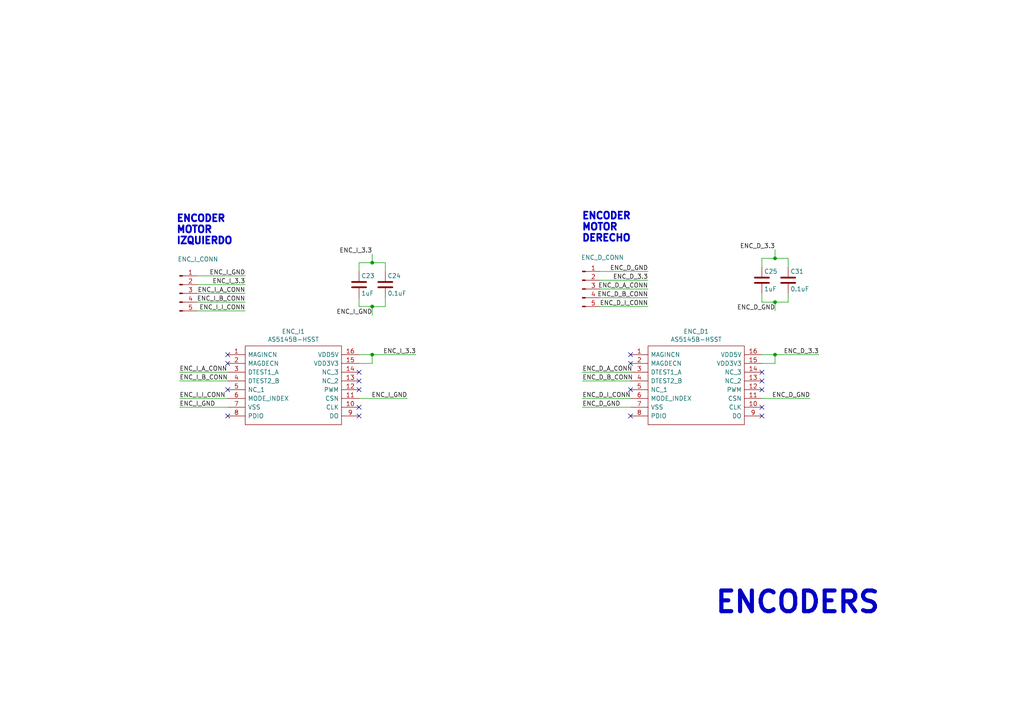
<source format=kicad_sch>
(kicad_sch (version 20231120) (generator "eeschema") (generator_version "8.0")
  (paper "A4")
  (lib_symbols
    (symbol "Connector:Conn_01x05_Pin" (pin_names (offset 1.016) hide)
      (property "Reference" "J" (at 0 7.62 0))
      (property "Value" "Conn_01x05_Pin" (at 0 -7.62 0))
      (symbol "Conn_01x05_Pin_1_1"
        (polyline (pts (xy 1.27 -5.08) (xy 0.8636 -5.08)) (stroke (width 0.1524)))
        (polyline (pts (xy 1.27 -2.54) (xy 0.8636 -2.54)) (stroke (width 0.1524)))
        (polyline (pts (xy 1.27 0) (xy 0.8636 0)) (stroke (width 0.1524)))
        (polyline (pts (xy 1.27 2.54) (xy 0.8636 2.54)) (stroke (width 0.1524)))
        (polyline (pts (xy 1.27 5.08) (xy 0.8636 5.08)) (stroke (width 0.1524)))
        (rectangle (start 0.8636 -4.953) (end 0 -5.207) (stroke (width 0.1524)) (fill (type outline)))
        (rectangle (start 0.8636 -2.413) (end 0 -2.667) (stroke (width 0.1524)) (fill (type outline)))
        (rectangle (start 0.8636 0.127) (end 0 -0.127) (stroke (width 0.1524)) (fill (type outline)))
        (rectangle (start 0.8636 2.667) (end 0 2.413) (stroke (width 0.1524)) (fill (type outline)))
        (rectangle (start 0.8636 5.207) (end 0 4.953) (stroke (width 0.1524)) (fill (type outline)))
        (pin passive line (at 5.08 5.08 180) (length 3.81) (name "Pin_1") (number "1"))
        (pin passive line (at 5.08 2.54 180) (length 3.81) (name "Pin_2") (number "2"))
        (pin passive line (at 5.08 0 180) (length 3.81) (name "Pin_3") (number "3"))
        (pin passive line (at 5.08 -2.54 180) (length 3.81) (name "Pin_4") (number "4"))
        (pin passive line (at 5.08 -5.08 180) (length 3.81) (name "Pin_5") (number "5"))
      )
    )
    (symbol "Device:C" (pin_numbers hide) (pin_names (offset 0.254))
      (property "Reference" "C" (at 0.635 2.54 0))
      (property "Value" "C" (at 0.635 -2.54 0))
      (symbol "C_0_1"
        (polyline (pts (xy -2.032 -0.762) (xy 2.032 -0.762)) (stroke (width 0.508)))
        (polyline (pts (xy -2.032 0.762) (xy 2.032 0.762)) (stroke (width 0.508)))
      )
      (symbol "C_1_1"
        (pin passive line (at 0 3.81 270) (length 2.794) (name "~") (number "1"))
        (pin passive line (at 0 -3.81 90) (length 2.794) (name "~") (number "2"))
      )
    )
    (symbol "PCB_ZoroBot_v3-rescue:AS5145B-HSST-AS5145B-HSST" (pin_names (offset 0.762))
      (property "Reference" "IC" (at 34.29 7.62 0))
      (property "Value" "AS5145B-HSST_AS5145B-HSST" (at 34.29 5.08 0))
      (symbol "AS5145B-HSST-AS5145B-HSST_0_0"
        (pin unspecified line (at 0 0 0) (length 5.08) (name "MAGINCN") (number "1"))
        (pin unspecified line (at 38.1 -15.24 180) (length 5.08) (name "CLK") (number "10"))
        (pin unspecified line (at 38.1 -12.7 180) (length 5.08) (name "CSN") (number "11"))
        (pin unspecified line (at 38.1 -10.16 180) (length 5.08) (name "PWM") (number "12"))
        (pin unspecified line (at 38.1 -7.62 180) (length 5.08) (name "NC_2") (number "13"))
        (pin unspecified line (at 38.1 -5.08 180) (length 5.08) (name "NC_3") (number "14"))
        (pin unspecified line (at 38.1 -2.54 180) (length 5.08) (name "VDD3V3") (number "15"))
        (pin unspecified line (at 38.1 0 180) (length 5.08) (name "VDD5V") (number "16"))
        (pin unspecified line (at 0 -2.54 0) (length 5.08) (name "MAGDECN") (number "2"))
        (pin unspecified line (at 0 -5.08 0) (length 5.08) (name "DTEST1_A") (number "3"))
        (pin unspecified line (at 0 -7.62 0) (length 5.08) (name "DTEST2_B") (number "4"))
        (pin unspecified line (at 0 -10.16 0) (length 5.08) (name "NC_1") (number "5"))
        (pin unspecified line (at 0 -12.7 0) (length 5.08) (name "MODE_INDEX") (number "6"))
        (pin unspecified line (at 0 -15.24 0) (length 5.08) (name "VSS") (number "7"))
        (pin unspecified line (at 0 -17.78 0) (length 5.08) (name "PDIO") (number "8"))
        (pin unspecified line (at 38.1 -17.78 180) (length 5.08) (name "DO") (number "9"))
      )
      (symbol "AS5145B-HSST-AS5145B-HSST_0_1"
        (polyline (pts (xy 5.08 2.54) (xy 33.02 2.54) (xy 33.02 -20.32) (xy 5.08 -20.32) (xy 5.08 2.54)) (stroke (width 0.1524)))
      )
    )
  )
  (junction (at 224.79 74.93))
  (junction (at 224.79 87.63))
  (junction (at 107.95 88.9))
  (junction (at 224.79 102.87))
  (junction (at 107.95 76.2))
  (junction (at 107.95 102.87))
  (no_connect (at 66.04 105.41))
  (no_connect (at 182.88 102.87))
  (no_connect (at 104.14 110.49))
  (no_connect (at 220.98 113.03))
  (no_connect (at 104.14 118.11))
  (no_connect (at 66.04 102.87))
  (no_connect (at 220.98 110.49))
  (no_connect (at 220.98 107.95))
  (no_connect (at 104.14 120.65))
  (no_connect (at 182.88 105.41))
  (no_connect (at 104.14 107.95))
  (no_connect (at 66.04 120.65))
  (no_connect (at 66.04 113.03))
  (no_connect (at 220.98 120.65))
  (no_connect (at 104.14 113.03))
  (no_connect (at 182.88 120.65))
  (no_connect (at 220.98 118.11))
  (no_connect (at 182.88 113.03))
  (wire (pts (xy 104.14 86.36) (xy 104.14 88.9)))
  (wire (pts (xy 168.91 115.57) (xy 182.88 115.57)))
  (wire (pts (xy 52.07 118.11) (xy 66.04 118.11)))
  (wire (pts (xy 224.79 87.63) (xy 224.79 90.17)))
  (wire (pts (xy 104.14 105.41) (xy 107.95 105.41)))
  (wire (pts (xy 228.6 74.93) (xy 228.6 77.47)))
  (wire (pts (xy 187.96 78.74) (xy 173.99 78.74)))
  (wire (pts (xy 111.76 76.2) (xy 111.76 78.74)))
  (wire (pts (xy 71.12 80.01) (xy 57.15 80.01)))
  (wire (pts (xy 107.95 76.2) (xy 111.76 76.2)))
  (wire (pts (xy 220.98 102.87) (xy 224.79 102.87)))
  (wire (pts (xy 187.96 88.9) (xy 173.99 88.9)))
  (wire (pts (xy 224.79 87.63) (xy 228.6 87.63)))
  (wire (pts (xy 107.95 102.87) (xy 120.65 102.87)))
  (wire (pts (xy 104.14 76.2) (xy 107.95 76.2)))
  (wire (pts (xy 234.95 115.57) (xy 220.98 115.57)))
  (wire (pts (xy 52.07 107.95) (xy 66.04 107.95)))
  (wire (pts (xy 224.79 105.41) (xy 224.79 102.87)))
  (wire (pts (xy 104.14 102.87) (xy 107.95 102.87)))
  (wire (pts (xy 118.11 115.57) (xy 104.14 115.57)))
  (wire (pts (xy 220.98 77.47) (xy 220.98 74.93)))
  (wire (pts (xy 187.96 86.36) (xy 173.99 86.36)))
  (wire (pts (xy 224.79 102.87) (xy 237.49 102.87)))
  (wire (pts (xy 104.14 88.9) (xy 107.95 88.9)))
  (wire (pts (xy 71.12 87.63) (xy 57.15 87.63)))
  (wire (pts (xy 187.96 81.28) (xy 173.99 81.28)))
  (wire (pts (xy 168.91 118.11) (xy 182.88 118.11)))
  (wire (pts (xy 107.95 88.9) (xy 111.76 88.9)))
  (wire (pts (xy 220.98 105.41) (xy 224.79 105.41)))
  (wire (pts (xy 107.95 76.2) (xy 107.95 73.66)))
  (wire (pts (xy 104.14 78.74) (xy 104.14 76.2)))
  (wire (pts (xy 52.07 110.49) (xy 66.04 110.49)))
  (wire (pts (xy 224.79 74.93) (xy 224.79 72.39)))
  (wire (pts (xy 107.95 88.9) (xy 107.95 91.44)))
  (wire (pts (xy 71.12 82.55) (xy 57.15 82.55)))
  (wire (pts (xy 220.98 85.09) (xy 220.98 87.63)))
  (wire (pts (xy 228.6 87.63) (xy 228.6 85.09)))
  (wire (pts (xy 52.07 115.57) (xy 66.04 115.57)))
  (wire (pts (xy 187.96 83.82) (xy 173.99 83.82)))
  (wire (pts (xy 220.98 74.93) (xy 224.79 74.93)))
  (wire (pts (xy 168.91 110.49) (xy 182.88 110.49)))
  (wire (pts (xy 168.91 107.95) (xy 182.88 107.95)))
  (wire (pts (xy 71.12 85.09) (xy 57.15 85.09)))
  (wire (pts (xy 71.12 90.17) (xy 57.15 90.17)))
  (wire (pts (xy 107.95 105.41) (xy 107.95 102.87)))
  (wire (pts (xy 220.98 87.63) (xy 224.79 87.63)))
  (wire (pts (xy 111.76 88.9) (xy 111.76 86.36)))
  (wire (pts (xy 224.79 74.93) (xy 228.6 74.93)))
  (text "ENCODERS" (at 207.01 178.308 0) (effects (font (size 5.9944 5.9944) (thickness 1.1989) (bold yes)) (justify left bottom)))
  (text "ENCODER\nMOTOR\nDERECHO\n" (at 168.656 70.358 0) (effects (font (size 2 2) (thickness 1.1989) (bold yes)) (justify left bottom)))
  (text "ENCODER\nMOTOR\nIZQUIERDO\n" (at 51.054 71.12 0) (effects (font (size 2 2) (thickness 1.1989) (bold yes)) (justify left bottom)))
  (label "ENC_D_B_CONN" (at 168.91 110.49 0))
  (label "ENC_I_GND" (at 71.12 80.01 180))
  (label "ENC_I_GND" (at 107.95 91.44 180))
  (label "ENC_I_3.3" (at 120.65 102.87 180))
  (label "ENC_D_GND" (at 234.95 115.57 180))
  (label "ENC_I_3.3" (at 107.95 73.66 180))
  (label "ENC_D_A_CONN" (at 187.96 83.82 180))
  (label "ENC_I_I_CONN" (at 71.12 90.17 180))
  (label "ENC_I_B_CONN" (at 52.07 110.49 0))
  (label "ENC_I_I_CONN" (at 52.07 115.57 0))
  (label "ENC_D_I_CONN" (at 187.96 88.9 180))
  (label "ENC_D_I_CONN" (at 168.91 115.57 0))
  (label "ENC_I_3.3" (at 71.12 82.55 180))
  (label "ENC_D_3.3" (at 224.79 72.39 180))
  (label "ENC_I_A_CONN" (at 71.12 85.09 180))
  (label "ENC_D_GND" (at 187.96 78.74 180))
  (label "ENC_I_B_CONN" (at 71.12 87.63 180))
  (label "ENC_D_3.3" (at 237.49 102.87 180))
  (label "ENC_D_A_CONN" (at 168.91 107.95 0))
  (label "ENC_I_A_CONN" (at 52.07 107.95 0))
  (label "ENC_D_GND" (at 168.91 118.11 0))
  (label "ENC_D_GND" (at 224.79 90.17 180))
  (label "ENC_I_GND" (at 52.07 118.11 0))
  (label "ENC_D_B_CONN" (at 187.96 86.36 180))
  (label "ENC_D_3.3" (at 187.96 81.28 180))
  (label "ENC_I_GND" (at 118.11 115.57 180))
  (symbol (lib_id "Connector:Conn_01x05_Pin") (at 52.07 85.09 0) (unit 1)
    (property "Reference" "ENC_I_CONN" (at 57.404 75.184 0))
    (property "Value" "Conn_01x05_Pin" (effects (hide yes)))
    (property "Description" "Generic connector, single row, 01x05, script generated" (effects (hide yes)))
  )
  (symbol (lib_id "Device:C") (at 228.6 81.28 0) (unit 1)
    (property "Reference" "C31" (at 229.235 78.74 0) (effects (justify left)))
    (property "Value" "0.1uF" (at 229.235 83.82 0) (effects (justify left)))
    (property "Footprint" "Capacitor_SMD:C_0805_2012Metric" (effects (hide yes)))
  )
  (symbol (lib_id "PCB_ZoroBot_v3-rescue:AS5145B-HSST-AS5145B-HSST") (at 66.04 102.87 0) (unit 1)
    (property "Reference" "ENC_I1" (at 85.09 96.139 0))
    (property "Value" "AS5145B-HSST" (at 85.09 98.4504 0))
    (property "Footprint" "AS5145B-HSST:SOP65P780X199-16N" (effects (hide yes)))
    (property "Datasheet" "https://media.digikey.com/pdf/Data%20Sheets/Austriamicrosystems%20PDFs/AS5145H,A,B.pdf" (effects (hide yes)))
    (property "Description" "Board Mount Hall Effect / Magnetic Sensors AS5145B-HSST SSOP16 LF T&RDP" (effects (hide yes)))
    (property "Height" "1.99" (effects (hide yes)))
    (property "Manufacturer_Name" "ams" (effects (hide yes)))
    (property "Manufacturer_Part_Number" "AS5145B-HSST" (effects (hide yes)))
    (property "Mouser Part Number" "985-AS5145B-HSST" (effects (hide yes)))
    (property "Mouser Price/Stock" "https://www.mouser.com/Search/Refine.aspx?Keyword=985-AS5145B-HSST" (effects (hide yes)))
  )
  (symbol (lib_id "Device:C") (at 220.98 81.28 0) (unit 1)
    (property "Reference" "C25" (at 221.615 78.74 0) (effects (justify left)))
    (property "Value" "1uF" (at 221.615 83.82 0) (effects (justify left)))
    (property "Footprint" "Capacitor_SMD:C_0805_2012Metric" (effects (hide yes)))
  )
  (symbol (lib_id "PCB_ZoroBot_v3-rescue:AS5145B-HSST-AS5145B-HSST") (at 182.88 102.87 0) (unit 1)
    (property "Reference" "ENC_D1" (at 201.93 96.139 0))
    (property "Value" "AS5145B-HSST" (at 201.93 98.4504 0))
    (property "Footprint" "AS5145B-HSST:SOP65P780X199-16N" (effects (hide yes)))
    (property "Datasheet" "https://media.digikey.com/pdf/Data%20Sheets/Austriamicrosystems%20PDFs/AS5145H,A,B.pdf" (effects (hide yes)))
    (property "Description" "Board Mount Hall Effect / Magnetic Sensors AS5145B-HSST SSOP16 LF T&RDP" (effects (hide yes)))
    (property "Height" "1.99" (effects (hide yes)))
    (property "Manufacturer_Name" "ams" (effects (hide yes)))
    (property "Manufacturer_Part_Number" "AS5145B-HSST" (effects (hide yes)))
    (property "Mouser Part Number" "985-AS5145B-HSST" (effects (hide yes)))
    (property "Mouser Price/Stock" "https://www.mouser.com/Search/Refine.aspx?Keyword=985-AS5145B-HSST" (effects (hide yes)))
  )
  (symbol (lib_id "Connector:Conn_01x05_Pin") (at 168.91 83.82 0) (unit 1)
    (property "Reference" "ENC_D_CONN" (at 174.752 74.676 0))
    (property "Value" "Conn_01x05_Pin" (effects (hide yes)))
    (property "Description" "Generic connector, single row, 01x05, script generated" (effects (hide yes)))
  )
  (symbol (lib_id "Device:C") (at 104.14 82.55 0) (unit 1)
    (property "Reference" "C23" (at 104.775 80.01 0) (effects (justify left)))
    (property "Value" "1uF" (at 104.775 85.09 0) (effects (justify left)))
    (property "Footprint" "Capacitor_SMD:C_0805_2012Metric" (effects (hide yes)))
  )
  (symbol (lib_id "Device:C") (at 111.76 82.55 0) (unit 1)
    (property "Reference" "C24" (at 112.395 80.01 0) (effects (justify left)))
    (property "Value" "0.1uF" (at 112.395 85.09 0) (effects (justify left)))
    (property "Footprint" "Capacitor_SMD:C_0805_2012Metric" (effects (hide yes)))
  )
)
</source>
